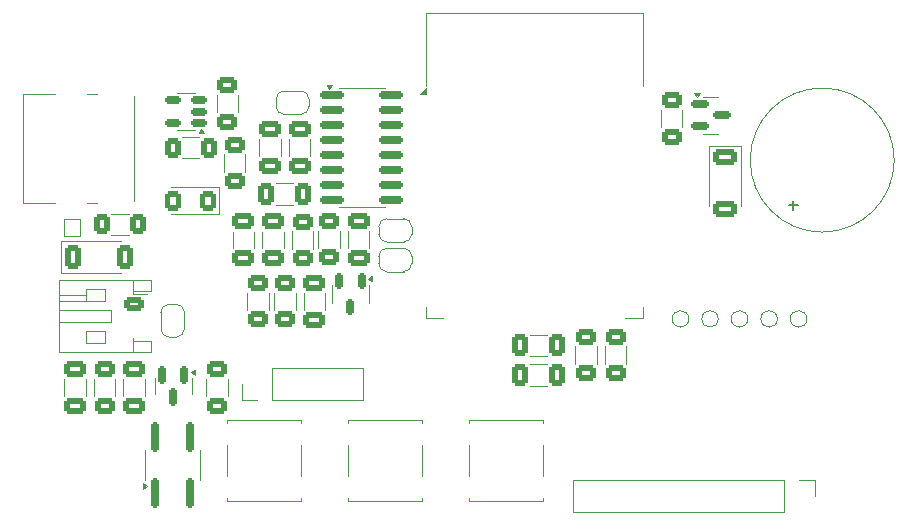
<source format=gto>
%TF.GenerationSoftware,KiCad,Pcbnew,8.0.5*%
%TF.CreationDate,2024-12-20T12:43:02-05:00*%
%TF.ProjectId,coffee-scale,636f6666-6565-42d7-9363-616c652e6b69,rev?*%
%TF.SameCoordinates,Original*%
%TF.FileFunction,Legend,Top*%
%TF.FilePolarity,Positive*%
%FSLAX46Y46*%
G04 Gerber Fmt 4.6, Leading zero omitted, Abs format (unit mm)*
G04 Created by KiCad (PCBNEW 8.0.5) date 2024-12-20 12:43:02*
%MOMM*%
%LPD*%
G01*
G04 APERTURE LIST*
G04 Aperture macros list*
%AMRoundRect*
0 Rectangle with rounded corners*
0 $1 Rounding radius*
0 $2 $3 $4 $5 $6 $7 $8 $9 X,Y pos of 4 corners*
0 Add a 4 corners polygon primitive as box body*
4,1,4,$2,$3,$4,$5,$6,$7,$8,$9,$2,$3,0*
0 Add four circle primitives for the rounded corners*
1,1,$1+$1,$2,$3*
1,1,$1+$1,$4,$5*
1,1,$1+$1,$6,$7*
1,1,$1+$1,$8,$9*
0 Add four rect primitives between the rounded corners*
20,1,$1+$1,$2,$3,$4,$5,0*
20,1,$1+$1,$4,$5,$6,$7,0*
20,1,$1+$1,$6,$7,$8,$9,0*
20,1,$1+$1,$8,$9,$2,$3,0*%
%AMFreePoly0*
4,1,19,0.500000,-0.750000,0.000000,-0.750000,0.000000,-0.744911,-0.071157,-0.744911,-0.207708,-0.704816,-0.327430,-0.627875,-0.420627,-0.520320,-0.479746,-0.390866,-0.500000,-0.250000,-0.500000,0.250000,-0.479746,0.390866,-0.420627,0.520320,-0.327430,0.627875,-0.207708,0.704816,-0.071157,0.744911,0.000000,0.744911,0.000000,0.750000,0.500000,0.750000,0.500000,-0.750000,0.500000,-0.750000,
$1*%
%AMFreePoly1*
4,1,19,0.000000,0.744911,0.071157,0.744911,0.207708,0.704816,0.327430,0.627875,0.420627,0.520320,0.479746,0.390866,0.500000,0.250000,0.500000,-0.250000,0.479746,-0.390866,0.420627,-0.520320,0.327430,-0.627875,0.207708,-0.704816,0.071157,-0.744911,0.000000,-0.744911,0.000000,-0.750000,-0.500000,-0.750000,-0.500000,0.750000,0.000000,0.750000,0.000000,0.744911,0.000000,0.744911,
$1*%
%AMFreePoly2*
4,1,13,0.900000,0.500000,3.600000,0.500000,3.600000,-0.500000,0.900000,-0.500000,0.400000,-1.000000,-0.400000,-1.000000,-0.900000,-0.500000,-3.600000,-0.500000,-3.600000,0.500000,-0.900000,0.500000,-0.400000,1.000000,0.400000,1.000000,0.900000,0.500000,0.900000,0.500000,$1*%
G04 Aperture macros list end*
%ADD10C,0.150000*%
%ADD11C,0.120000*%
%ADD12RoundRect,0.150000X-0.150000X0.512500X-0.150000X-0.512500X0.150000X-0.512500X0.150000X0.512500X0*%
%ADD13RoundRect,0.250000X-0.800000X0.450000X-0.800000X-0.450000X0.800000X-0.450000X0.800000X0.450000X0*%
%ADD14RoundRect,0.250000X-0.625000X0.350000X-0.625000X-0.350000X0.625000X-0.350000X0.625000X0.350000X0*%
%ADD15O,1.750000X1.200000*%
%ADD16RoundRect,0.250000X-0.625000X0.400000X-0.625000X-0.400000X0.625000X-0.400000X0.625000X0.400000X0*%
%ADD17C,1.000000*%
%ADD18R,1.700000X1.700000*%
%ADD19O,1.700000X1.700000*%
%ADD20RoundRect,0.250000X-0.412500X-0.650000X0.412500X-0.650000X0.412500X0.650000X-0.412500X0.650000X0*%
%ADD21FreePoly0,180.000000*%
%ADD22FreePoly1,180.000000*%
%ADD23RoundRect,0.250000X-0.450000X-0.800000X0.450000X-0.800000X0.450000X0.800000X-0.450000X0.800000X0*%
%ADD24RoundRect,0.150000X-0.850000X-0.150000X0.850000X-0.150000X0.850000X0.150000X-0.850000X0.150000X0*%
%ADD25RoundRect,0.175000X0.175000X-1.075000X0.175000X1.075000X-0.175000X1.075000X-0.175000X-1.075000X0*%
%ADD26FreePoly2,90.000000*%
%ADD27RoundRect,0.250000X-0.400000X-0.625000X0.400000X-0.625000X0.400000X0.625000X-0.400000X0.625000X0*%
%ADD28C,2.900000*%
%ADD29C,5.000000*%
%ADD30RoundRect,0.150000X0.512500X0.150000X-0.512500X0.150000X-0.512500X-0.150000X0.512500X-0.150000X0*%
%ADD31RoundRect,0.250000X0.625000X-0.400000X0.625000X0.400000X-0.625000X0.400000X-0.625000X-0.400000X0*%
%ADD32RoundRect,0.250000X0.650000X-0.412500X0.650000X0.412500X-0.650000X0.412500X-0.650000X-0.412500X0*%
%ADD33RoundRect,0.150000X-0.587500X-0.150000X0.587500X-0.150000X0.587500X0.150000X-0.587500X0.150000X0*%
%ADD34R,2.000000X2.000000*%
%ADD35C,2.000000*%
%ADD36RoundRect,0.250001X0.462499X0.624999X-0.462499X0.624999X-0.462499X-0.624999X0.462499X-0.624999X0*%
%ADD37C,0.700000*%
%ADD38O,2.400000X0.900000*%
%ADD39O,1.700000X0.900000*%
%ADD40R,1.550000X1.300000*%
%ADD41RoundRect,0.250000X-0.650000X0.412500X-0.650000X-0.412500X0.650000X-0.412500X0.650000X0.412500X0*%
%ADD42R,1.000000X1.000000*%
%ADD43RoundRect,0.150000X-0.150000X0.587500X-0.150000X-0.587500X0.150000X-0.587500X0.150000X0.587500X0*%
%ADD44RoundRect,0.250000X0.412500X0.650000X-0.412500X0.650000X-0.412500X-0.650000X0.412500X-0.650000X0*%
%ADD45R,1.500000X0.900000*%
%ADD46R,0.900000X1.500000*%
%ADD47C,0.600000*%
%ADD48R,3.900000X3.900000*%
%ADD49FreePoly0,90.000000*%
%ADD50FreePoly1,90.000000*%
%ADD51FreePoly0,0.000000*%
%ADD52FreePoly1,0.000000*%
G04 APERTURE END LIST*
D10*
X190283866Y-109740951D02*
X190283866Y-108979047D01*
X190664819Y-109359999D02*
X189902914Y-109359999D01*
D11*
%TO.C,Q2*%
X151240000Y-116887500D02*
X151240000Y-116087500D01*
X151240000Y-116887500D02*
X151240000Y-117687500D01*
X154360000Y-116887500D02*
X154360000Y-116087500D01*
X154360000Y-116887500D02*
X154360000Y-117687500D01*
X154640000Y-115827500D02*
X154310000Y-115587500D01*
X154640000Y-115347500D01*
X154640000Y-115827500D01*
G36*
X154640000Y-115827500D02*
G01*
X154310000Y-115587500D01*
X154640000Y-115347500D01*
X154640000Y-115827500D01*
G37*
%TO.C,D4*%
X183140000Y-104340000D02*
X183140000Y-109400000D01*
X185860000Y-104340000D02*
X183140000Y-104340000D01*
X185860000Y-104340000D02*
X185860000Y-109400000D01*
%TO.C,J3*%
X128140000Y-115690000D02*
X128140000Y-121810000D01*
X128140000Y-118250000D02*
X132500000Y-118250000D01*
X128140000Y-121810000D02*
X135960000Y-121810000D01*
X130400000Y-116450000D02*
X130400000Y-117450000D01*
X130400000Y-116950000D02*
X128140000Y-116950000D01*
X130400000Y-117450000D02*
X128140000Y-117450000D01*
X130400000Y-117450000D02*
X132000000Y-117450000D01*
X130400000Y-120050000D02*
X132000000Y-120050000D01*
X130400000Y-121050000D02*
X130400000Y-120050000D01*
X132000000Y-116450000D02*
X130400000Y-116450000D01*
X132000000Y-117450000D02*
X132000000Y-116450000D01*
X132000000Y-120050000D02*
X132000000Y-121050000D01*
X132000000Y-121050000D02*
X130400000Y-121050000D01*
X132500000Y-118250000D02*
X132500000Y-119250000D01*
X132500000Y-119250000D02*
X128140000Y-119250000D01*
X134360000Y-115690000D02*
X134360000Y-116610000D01*
X134360000Y-116610000D02*
X135960000Y-116610000D01*
X134360000Y-116890000D02*
X134360000Y-116610000D01*
X134360000Y-116890000D02*
X135575000Y-116890000D01*
X134360000Y-120890000D02*
X134360000Y-120610000D01*
X134360000Y-121810000D02*
X134360000Y-120890000D01*
X135960000Y-115690000D02*
X128140000Y-115690000D01*
X135960000Y-116610000D02*
X135960000Y-115690000D01*
X135960000Y-120890000D02*
X134360000Y-120890000D01*
X135960000Y-121810000D02*
X135960000Y-120890000D01*
%TO.C,R4*%
X141470000Y-100022936D02*
X141470000Y-101477064D01*
X143290000Y-100022936D02*
X143290000Y-101477064D01*
%TO.C,TP5*%
X181450000Y-119000000D02*
G75*
G02*
X180050000Y-119000000I-700000J0D01*
G01*
X180050000Y-119000000D02*
G75*
G02*
X181450000Y-119000000I700000J0D01*
G01*
%TO.C,J1*%
X171680000Y-132670000D02*
X171680000Y-135330000D01*
X189520000Y-132670000D02*
X171680000Y-132670000D01*
X189520000Y-132670000D02*
X189520000Y-135330000D01*
X189520000Y-135330000D02*
X171680000Y-135330000D01*
X190790000Y-132670000D02*
X192120000Y-132670000D01*
X192120000Y-132670000D02*
X192120000Y-134000000D01*
%TO.C,C11*%
X168038748Y-120340000D02*
X169461252Y-120340000D01*
X168038748Y-122160000D02*
X169461252Y-122160000D01*
%TO.C,R1*%
X131090000Y-124072936D02*
X131090000Y-125527064D01*
X132910000Y-124072936D02*
X132910000Y-125527064D01*
%TO.C,JP3*%
X155200000Y-114300000D02*
X155200000Y-113700000D01*
X155900000Y-113000000D02*
X157300000Y-113000000D01*
X157300000Y-115000000D02*
X155900000Y-115000000D01*
X158000000Y-113700000D02*
X158000000Y-114300000D01*
X155200000Y-113700000D02*
G75*
G02*
X155900000Y-113000000I700000J0D01*
G01*
X155900000Y-115000000D02*
G75*
G02*
X155200000Y-114300000I0J700000D01*
G01*
X157300000Y-113000000D02*
G75*
G02*
X158000000Y-113700000I1J-699999D01*
G01*
X158000000Y-114300000D02*
G75*
G02*
X157300000Y-115000000I-699999J-1D01*
G01*
%TO.C,R7*%
X150090000Y-111522936D02*
X150090000Y-112977064D01*
X151910000Y-111522936D02*
X151910000Y-112977064D01*
%TO.C,R2*%
X140590000Y-124072936D02*
X140590000Y-125527064D01*
X142410000Y-124072936D02*
X142410000Y-125527064D01*
%TO.C,JP1*%
X146500000Y-100987500D02*
X146500000Y-100387500D01*
X147200000Y-99687500D02*
X148600000Y-99687500D01*
X148600000Y-101687500D02*
X147200000Y-101687500D01*
X149300000Y-100387500D02*
X149300000Y-100987500D01*
X146500000Y-100387500D02*
G75*
G02*
X147200000Y-99687500I700000J0D01*
G01*
X147200000Y-101687500D02*
G75*
G02*
X146500000Y-100987500I0J700000D01*
G01*
X148600000Y-99687500D02*
G75*
G02*
X149300000Y-100387500I1J-699999D01*
G01*
X149300000Y-100987500D02*
G75*
G02*
X148600000Y-101687500I-699999J-1D01*
G01*
%TO.C,D1*%
X128340000Y-112390000D02*
X128340000Y-115110000D01*
X128340000Y-112390000D02*
X133400000Y-112390000D01*
X128340000Y-115110000D02*
X133400000Y-115110000D01*
%TO.C,U2*%
X153750000Y-99440000D02*
X151800000Y-99440000D01*
X153750000Y-99440000D02*
X155700000Y-99440000D01*
X153750000Y-109560000D02*
X151800000Y-109560000D01*
X153750000Y-109560000D02*
X155700000Y-109560000D01*
X151025000Y-99495000D02*
X150785000Y-99165000D01*
X151265000Y-99165000D01*
X151025000Y-99495000D01*
G36*
X151025000Y-99495000D02*
G01*
X150785000Y-99165000D01*
X151265000Y-99165000D01*
X151025000Y-99495000D01*
G37*
%TO.C,U4*%
X135390000Y-132600000D02*
X135390000Y-130100000D01*
X140110000Y-130100000D02*
X140110000Y-132600000D01*
X135540000Y-133120000D02*
X135210000Y-133360000D01*
X135210000Y-132880000D01*
X135540000Y-133120000D01*
G36*
X135540000Y-133120000D02*
G01*
X135210000Y-133360000D01*
X135210000Y-132880000D01*
X135540000Y-133120000D01*
G37*
%TO.C,R9*%
X132572936Y-110090000D02*
X134027064Y-110090000D01*
X132572936Y-111910000D02*
X134027064Y-111910000D01*
%TO.C,TP3*%
X186450000Y-119000000D02*
G75*
G02*
X185050000Y-119000000I-700000J0D01*
G01*
X185050000Y-119000000D02*
G75*
G02*
X186450000Y-119000000I700000J0D01*
G01*
%TO.C,U3*%
X138887500Y-99890000D02*
X138087500Y-99890000D01*
X138887500Y-99890000D02*
X139687500Y-99890000D01*
X138887500Y-103010000D02*
X138087500Y-103010000D01*
X138887500Y-103010000D02*
X139687500Y-103010000D01*
X140427500Y-103290000D02*
X139947500Y-103290000D01*
X140187500Y-102960000D01*
X140427500Y-103290000D01*
G36*
X140427500Y-103290000D02*
G01*
X139947500Y-103290000D01*
X140187500Y-102960000D01*
X140427500Y-103290000D01*
G37*
%TO.C,R6*%
X144090000Y-118227064D02*
X144090000Y-116772936D01*
X145910000Y-118227064D02*
X145910000Y-116772936D01*
%TO.C,R8*%
X147840000Y-113052064D02*
X147840000Y-111597936D01*
X149660000Y-113052064D02*
X149660000Y-111597936D01*
%TO.C,C2*%
X133590000Y-125523752D02*
X133590000Y-124101248D01*
X135410000Y-125523752D02*
X135410000Y-124101248D01*
%TO.C,Q3*%
X183312500Y-100190000D02*
X182662500Y-100190000D01*
X183312500Y-100190000D02*
X183962500Y-100190000D01*
X183312500Y-103310000D02*
X182662500Y-103310000D01*
X183312500Y-103310000D02*
X183962500Y-103310000D01*
X182150000Y-100240000D02*
X181910000Y-99910000D01*
X182390000Y-99910000D01*
X182150000Y-100240000D01*
G36*
X182150000Y-100240000D02*
G01*
X181910000Y-99910000D01*
X182390000Y-99910000D01*
X182150000Y-100240000D01*
G37*
%TO.C,LS1*%
X198850000Y-105550000D02*
G75*
G02*
X186650000Y-105550000I-6100000J0D01*
G01*
X186650000Y-105550000D02*
G75*
G02*
X198850000Y-105550000I6100000J0D01*
G01*
%TO.C,D2*%
X137637500Y-110135000D02*
X141697500Y-110135000D01*
X141697500Y-107865000D02*
X137637500Y-107865000D01*
X141697500Y-110135000D02*
X141697500Y-107865000D01*
%TO.C,J2*%
X143590000Y-125830000D02*
X143590000Y-124500000D01*
X144920000Y-125830000D02*
X143590000Y-125830000D01*
X146190000Y-123170000D02*
X153870000Y-123170000D01*
X146190000Y-125830000D02*
X146190000Y-123170000D01*
X146190000Y-125830000D02*
X153870000Y-125830000D01*
X153870000Y-125830000D02*
X153870000Y-123170000D01*
%TO.C,C9*%
X145340000Y-113023752D02*
X145340000Y-111601248D01*
X147160000Y-113023752D02*
X147160000Y-111601248D01*
%TO.C,J4*%
X125045000Y-99980000D02*
X125045000Y-109170000D01*
X127775000Y-99980000D02*
X125045000Y-99980000D01*
X127775000Y-109170000D02*
X125045000Y-109170000D01*
X131375000Y-99980000D02*
X130475000Y-99980000D01*
X131375000Y-109170000D02*
X130475000Y-109170000D01*
X134455000Y-100100000D02*
X134455000Y-109050000D01*
%TO.C,SW3*%
X162825000Y-127550000D02*
X169125000Y-127550000D01*
X162825000Y-127800000D02*
X162825000Y-127550000D01*
X162825000Y-132300000D02*
X162825000Y-129700000D01*
X162825000Y-134450000D02*
X162825000Y-134200000D01*
X169125000Y-127550000D02*
X169125000Y-127800000D01*
X169125000Y-129700000D02*
X169125000Y-132300000D01*
X169125000Y-134200000D02*
X169125000Y-134450000D01*
X169125000Y-134450000D02*
X162825000Y-134450000D01*
%TO.C,C6*%
X145090000Y-103788748D02*
X145090000Y-105211252D01*
X146910000Y-103788748D02*
X146910000Y-105211252D01*
%TO.C,SW1*%
X142350000Y-127550000D02*
X148650000Y-127550000D01*
X142350000Y-127800000D02*
X142350000Y-127550000D01*
X142350000Y-132300000D02*
X142350000Y-129700000D01*
X142350000Y-134450000D02*
X142350000Y-134200000D01*
X148650000Y-127550000D02*
X148650000Y-127800000D01*
X148650000Y-129700000D02*
X148650000Y-132300000D01*
X148650000Y-134200000D02*
X148650000Y-134450000D01*
X148650000Y-134450000D02*
X142350000Y-134450000D01*
%TO.C,SW2*%
X152600000Y-127550000D02*
X158900000Y-127550000D01*
X152600000Y-127800000D02*
X152600000Y-127550000D01*
X152600000Y-132300000D02*
X152600000Y-129700000D01*
X152600000Y-134450000D02*
X152600000Y-134200000D01*
X158900000Y-127550000D02*
X158900000Y-127800000D01*
X158900000Y-129700000D02*
X158900000Y-132300000D01*
X158900000Y-134200000D02*
X158900000Y-134450000D01*
X158900000Y-134450000D02*
X152600000Y-134450000D01*
%TO.C,TP1*%
X191450000Y-119000000D02*
G75*
G02*
X190050000Y-119000000I-700000J0D01*
G01*
X190050000Y-119000000D02*
G75*
G02*
X191450000Y-119000000I700000J0D01*
G01*
%TO.C,R11*%
X179090000Y-102777064D02*
X179090000Y-101322936D01*
X180910000Y-102777064D02*
X180910000Y-101322936D01*
%TO.C,R10*%
X138572936Y-103590000D02*
X140027064Y-103590000D01*
X138572936Y-105410000D02*
X140027064Y-105410000D01*
%TO.C,TP6*%
X128550000Y-110550000D02*
X129950000Y-110550000D01*
X128550000Y-111950000D02*
X128550000Y-110550000D01*
X129950000Y-110550000D02*
X129950000Y-111950000D01*
X129950000Y-111950000D02*
X128550000Y-111950000D01*
%TO.C,C4*%
X152590000Y-112961252D02*
X152590000Y-111538748D01*
X154410000Y-112961252D02*
X154410000Y-111538748D01*
%TO.C,R3*%
X142090000Y-106527064D02*
X142090000Y-105072936D01*
X143910000Y-106527064D02*
X143910000Y-105072936D01*
%TO.C,R5*%
X146340000Y-118227064D02*
X146340000Y-116772936D01*
X148160000Y-118227064D02*
X148160000Y-116772936D01*
%TO.C,Q1*%
X136240000Y-124687500D02*
X136240000Y-124037500D01*
X136240000Y-124687500D02*
X136240000Y-125337500D01*
X139360000Y-124687500D02*
X139360000Y-124037500D01*
X139360000Y-124687500D02*
X139360000Y-125337500D01*
X139640000Y-123765000D02*
X139310000Y-123525000D01*
X139640000Y-123285000D01*
X139640000Y-123765000D01*
G36*
X139640000Y-123765000D02*
G01*
X139310000Y-123525000D01*
X139640000Y-123285000D01*
X139640000Y-123765000D01*
G37*
%TO.C,C10*%
X169461252Y-122840000D02*
X168038748Y-122840000D01*
X169461252Y-124660000D02*
X168038748Y-124660000D01*
%TO.C,U1*%
X159185000Y-93100000D02*
X159185000Y-99300000D01*
X159185000Y-93100000D02*
X177585000Y-93100000D01*
X159185000Y-117950000D02*
X159185000Y-118950000D01*
X159185000Y-118950000D02*
X160685000Y-118950000D01*
X177585000Y-93100000D02*
X177585000Y-99300000D01*
X177585000Y-118950000D02*
X176085000Y-118950000D01*
X177585000Y-118950000D02*
X177585000Y-117950000D01*
X159185000Y-99975000D02*
X158685000Y-99975000D01*
X159185000Y-99475000D01*
X159185000Y-99975000D01*
G36*
X159185000Y-99975000D02*
G01*
X158685000Y-99975000D01*
X159185000Y-99475000D01*
X159185000Y-99975000D01*
G37*
%TO.C,JP4*%
X136750000Y-119850000D02*
X136750000Y-118450000D01*
X137450000Y-117750000D02*
X138050000Y-117750000D01*
X138050000Y-120550000D02*
X137450000Y-120550000D01*
X138750000Y-118450000D02*
X138750000Y-119850000D01*
X136750000Y-118450000D02*
G75*
G02*
X137450000Y-117750000I700000J0D01*
G01*
X137450000Y-120550000D02*
G75*
G02*
X136750000Y-119850000I-1J699999D01*
G01*
X138050000Y-117750000D02*
G75*
G02*
X138750000Y-118450000I0J-700000D01*
G01*
X138750000Y-119850000D02*
G75*
G02*
X138050000Y-120550000I-699999J-1D01*
G01*
%TO.C,R12*%
X171840000Y-121322936D02*
X171840000Y-122777064D01*
X173660000Y-121322936D02*
X173660000Y-122777064D01*
%TO.C,JP2*%
X155200000Y-111800000D02*
X155200000Y-111200000D01*
X155900000Y-110500000D02*
X157300000Y-110500000D01*
X157300000Y-112500000D02*
X155900000Y-112500000D01*
X158000000Y-111200000D02*
X158000000Y-111800000D01*
X155200000Y-111200000D02*
G75*
G02*
X155900000Y-110500000I699999J1D01*
G01*
X155900000Y-112500000D02*
G75*
G02*
X155200000Y-111800000I-1J699999D01*
G01*
X157300000Y-110500000D02*
G75*
G02*
X158000000Y-111200000I0J-700000D01*
G01*
X158000000Y-111800000D02*
G75*
G02*
X157300000Y-112500000I-700000J0D01*
G01*
%TO.C,R13*%
X174340000Y-122777064D02*
X174340000Y-121322936D01*
X176160000Y-122777064D02*
X176160000Y-121322936D01*
%TO.C,C1*%
X128590000Y-124101248D02*
X128590000Y-125523752D01*
X130410000Y-124101248D02*
X130410000Y-125523752D01*
%TO.C,C7*%
X148840000Y-116788748D02*
X148840000Y-118211252D01*
X150660000Y-116788748D02*
X150660000Y-118211252D01*
%TO.C,C8*%
X142840000Y-111601248D02*
X142840000Y-113023752D01*
X144660000Y-111601248D02*
X144660000Y-113023752D01*
%TO.C,C5*%
X147590000Y-103788748D02*
X147590000Y-105211252D01*
X149410000Y-103788748D02*
X149410000Y-105211252D01*
%TO.C,TP2*%
X188950000Y-119000000D02*
G75*
G02*
X187550000Y-119000000I-700000J0D01*
G01*
X187550000Y-119000000D02*
G75*
G02*
X188950000Y-119000000I700000J0D01*
G01*
%TO.C,TP4*%
X183950000Y-119000000D02*
G75*
G02*
X182550000Y-119000000I-700000J0D01*
G01*
X182550000Y-119000000D02*
G75*
G02*
X183950000Y-119000000I700000J0D01*
G01*
%TO.C,C3*%
X146538748Y-107527500D02*
X147961252Y-107527500D01*
X146538748Y-109347500D02*
X147961252Y-109347500D01*
%TD*%
%LPC*%
D12*
%TO.C,Q2*%
X153750000Y-115750000D03*
X151850000Y-115750000D03*
X152800000Y-118025000D03*
%TD*%
D13*
%TO.C,D4*%
X184500000Y-105300000D03*
X184500000Y-109700000D03*
%TD*%
D14*
%TO.C,J3*%
X134500000Y-117750000D03*
D15*
X134500000Y-119750000D03*
%TD*%
D16*
%TO.C,R4*%
X142380000Y-99200000D03*
X142380000Y-102300000D03*
%TD*%
D17*
%TO.C,TP5*%
X180750000Y-119000000D03*
%TD*%
D18*
%TO.C,J1*%
X190790000Y-134000000D03*
D19*
X188250000Y-134000000D03*
X185710000Y-134000000D03*
X183170000Y-134000000D03*
X180630000Y-134000000D03*
X178090000Y-134000000D03*
X175550000Y-134000000D03*
X173010000Y-134000000D03*
%TD*%
D20*
%TO.C,C11*%
X167187500Y-121250000D03*
X170312500Y-121250000D03*
%TD*%
D16*
%TO.C,R1*%
X132000000Y-123250000D03*
X132000000Y-126350000D03*
%TD*%
D21*
%TO.C,JP3*%
X157250000Y-114000000D03*
D22*
X155950000Y-114000000D03*
%TD*%
D16*
%TO.C,R7*%
X151000000Y-110700000D03*
X151000000Y-113800000D03*
%TD*%
%TO.C,R2*%
X141500000Y-123250000D03*
X141500000Y-126350000D03*
%TD*%
D21*
%TO.C,JP1*%
X148550000Y-100687500D03*
D22*
X147250000Y-100687500D03*
%TD*%
D23*
%TO.C,D1*%
X129300000Y-113750000D03*
X133700000Y-113750000D03*
%TD*%
D24*
%TO.C,U2*%
X151250000Y-100055000D03*
X151250000Y-101325000D03*
X151250000Y-102595000D03*
X151250000Y-103865000D03*
X151250000Y-105135000D03*
X151250000Y-106405000D03*
X151250000Y-107675000D03*
X151250000Y-108945000D03*
X156250000Y-108945000D03*
X156250000Y-107675000D03*
X156250000Y-106405000D03*
X156250000Y-105135000D03*
X156250000Y-103865000D03*
X156250000Y-102595000D03*
X156250000Y-101325000D03*
X156250000Y-100055000D03*
%TD*%
D25*
%TO.C,U4*%
X136250000Y-133700000D03*
D26*
X137750000Y-131350000D03*
D25*
X139250000Y-133700000D03*
X139250000Y-129000000D03*
X136250000Y-129000000D03*
%TD*%
D27*
%TO.C,R9*%
X131750000Y-111000000D03*
X134850000Y-111000000D03*
%TD*%
D28*
%TO.C,H3*%
X195500000Y-96500000D03*
D29*
X195500000Y-96500000D03*
%TD*%
D17*
%TO.C,TP3*%
X185750000Y-119000000D03*
%TD*%
D30*
%TO.C,U3*%
X140025000Y-102400000D03*
X140025000Y-101450000D03*
X140025000Y-100500000D03*
X137750000Y-100500000D03*
X137750000Y-102400000D03*
%TD*%
D31*
%TO.C,R6*%
X145000000Y-119050000D03*
X145000000Y-115950000D03*
%TD*%
%TO.C,R8*%
X148750000Y-113875000D03*
X148750000Y-110775000D03*
%TD*%
D32*
%TO.C,C2*%
X134500000Y-126375000D03*
X134500000Y-123250000D03*
%TD*%
D33*
%TO.C,Q3*%
X182375000Y-100800000D03*
X182375000Y-102700000D03*
X184250000Y-101750000D03*
%TD*%
D34*
%TO.C,LS1*%
X192750000Y-109350000D03*
D35*
X192750000Y-101750000D03*
%TD*%
D36*
%TO.C,D2*%
X140725000Y-109000000D03*
X137750000Y-109000000D03*
%TD*%
D18*
%TO.C,J2*%
X144920000Y-124500000D03*
D19*
X147460000Y-124500000D03*
X150000000Y-124500000D03*
X152540000Y-124500000D03*
%TD*%
D32*
%TO.C,C9*%
X146250000Y-113875000D03*
X146250000Y-110750000D03*
%TD*%
D37*
%TO.C,J4*%
X133775000Y-101600000D03*
X133775000Y-102450000D03*
X133775000Y-103300000D03*
X133775000Y-104150000D03*
X133775000Y-105000000D03*
X133775000Y-105850000D03*
X133775000Y-106700000D03*
X133775000Y-107550000D03*
X132425000Y-107550000D03*
X132425000Y-106700000D03*
X132425000Y-105850000D03*
X132425000Y-105000000D03*
X132425000Y-104150000D03*
X132425000Y-103300000D03*
X132425000Y-102450000D03*
X132425000Y-101600000D03*
D38*
X132795000Y-100250000D03*
D39*
X129415000Y-100250000D03*
D38*
X132795000Y-108900000D03*
D39*
X129415000Y-108900000D03*
%TD*%
D40*
%TO.C,SW3*%
X162000000Y-128750000D03*
X169950000Y-128750000D03*
X162000000Y-133250000D03*
X169950000Y-133250000D03*
%TD*%
D41*
%TO.C,C6*%
X146000000Y-102937500D03*
X146000000Y-106062500D03*
%TD*%
D40*
%TO.C,SW1*%
X141525000Y-128750000D03*
X149475000Y-128750000D03*
X141525000Y-133250000D03*
X149475000Y-133250000D03*
%TD*%
%TO.C,SW2*%
X151775000Y-128750000D03*
X159725000Y-128750000D03*
X151775000Y-133250000D03*
X159725000Y-133250000D03*
%TD*%
D17*
%TO.C,TP1*%
X190750000Y-119000000D03*
%TD*%
D31*
%TO.C,R11*%
X180000000Y-103600000D03*
X180000000Y-100500000D03*
%TD*%
D27*
%TO.C,R10*%
X137750000Y-104500000D03*
X140850000Y-104500000D03*
%TD*%
D42*
%TO.C,TP6*%
X129250000Y-111250000D03*
%TD*%
D32*
%TO.C,C4*%
X153500000Y-113812500D03*
X153500000Y-110687500D03*
%TD*%
D31*
%TO.C,R3*%
X143000000Y-107350000D03*
X143000000Y-104250000D03*
%TD*%
%TO.C,R5*%
X147250000Y-119050000D03*
X147250000Y-115950000D03*
%TD*%
D43*
%TO.C,Q1*%
X138750000Y-123750000D03*
X136850000Y-123750000D03*
X137800000Y-125625000D03*
%TD*%
D44*
%TO.C,C10*%
X170312500Y-123750000D03*
X167187500Y-123750000D03*
%TD*%
D45*
%TO.C,U1*%
X159635000Y-100740000D03*
X159635000Y-102010000D03*
X159635000Y-103280000D03*
X159635000Y-104550000D03*
X159635000Y-105820000D03*
X159635000Y-107090000D03*
X159635000Y-108360000D03*
X159635000Y-109630000D03*
X159635000Y-110900000D03*
X159635000Y-112170000D03*
X159635000Y-113440000D03*
X159635000Y-114710000D03*
X159635000Y-115980000D03*
X159635000Y-117250000D03*
D46*
X161400000Y-118500000D03*
X162670000Y-118500000D03*
X163940000Y-118500000D03*
X165210000Y-118500000D03*
X166480000Y-118500000D03*
X167750000Y-118500000D03*
X169020000Y-118500000D03*
X170290000Y-118500000D03*
X171560000Y-118500000D03*
X172830000Y-118500000D03*
X174100000Y-118500000D03*
X175370000Y-118500000D03*
D45*
X177135000Y-117250000D03*
X177135000Y-115980000D03*
X177135000Y-114710000D03*
X177135000Y-113440000D03*
X177135000Y-112170000D03*
X177135000Y-110900000D03*
X177135000Y-109630000D03*
X177135000Y-108360000D03*
X177135000Y-107090000D03*
X177135000Y-105820000D03*
X177135000Y-104550000D03*
X177135000Y-103280000D03*
X177135000Y-102010000D03*
X177135000Y-100740000D03*
D47*
X165485000Y-107760000D03*
X165485000Y-109160000D03*
X166185000Y-107060000D03*
X166185000Y-108460000D03*
X166185000Y-109860000D03*
X166885000Y-107760000D03*
D48*
X166885000Y-108460000D03*
D47*
X166885000Y-109160000D03*
X167585000Y-107060000D03*
X167585000Y-108460000D03*
X167585000Y-109860000D03*
X168285000Y-107760000D03*
X168285000Y-109160000D03*
%TD*%
D49*
%TO.C,JP4*%
X137750000Y-119800000D03*
D50*
X137750000Y-118500000D03*
%TD*%
D16*
%TO.C,R12*%
X172750000Y-120500000D03*
X172750000Y-123600000D03*
%TD*%
D51*
%TO.C,JP2*%
X155950000Y-111500000D03*
D52*
X157250000Y-111500000D03*
%TD*%
D31*
%TO.C,R13*%
X175250000Y-123600000D03*
X175250000Y-120500000D03*
%TD*%
D41*
%TO.C,C1*%
X129500000Y-123250000D03*
X129500000Y-126375000D03*
%TD*%
D28*
%TO.C,H4*%
X195500000Y-132000000D03*
D29*
X195500000Y-132000000D03*
%TD*%
D41*
%TO.C,C7*%
X149750000Y-115937500D03*
X149750000Y-119062500D03*
%TD*%
D28*
%TO.C,H2*%
X131500000Y-132000000D03*
D29*
X131500000Y-132000000D03*
%TD*%
D41*
%TO.C,C8*%
X143750000Y-110750000D03*
X143750000Y-113875000D03*
%TD*%
%TO.C,C5*%
X148500000Y-102937500D03*
X148500000Y-106062500D03*
%TD*%
D17*
%TO.C,TP2*%
X188250000Y-119000000D03*
%TD*%
%TO.C,TP4*%
X183250000Y-119000000D03*
%TD*%
D28*
%TO.C,H1*%
X133000000Y-96250000D03*
D29*
X133000000Y-96250000D03*
%TD*%
D20*
%TO.C,C3*%
X145687500Y-108437500D03*
X148812500Y-108437500D03*
%TD*%
%LPD*%
M02*

</source>
